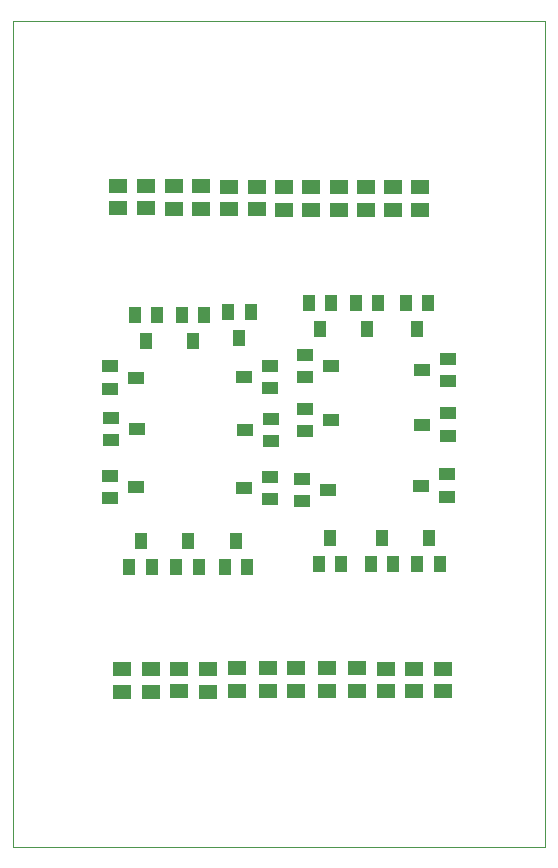
<source format=gbp>
G75*
G70*
%OFA0B0*%
%FSLAX24Y24*%
%IPPOS*%
%LPD*%
%AMOC8*
5,1,8,0,0,1.08239X$1,22.5*
%
%ADD10C,0.0000*%
%ADD11R,0.0394X0.0551*%
%ADD12R,0.0551X0.0394*%
%ADD13R,0.0630X0.0512*%
D10*
X000100Y000100D02*
X000100Y027659D01*
X017817Y027659D01*
X017817Y000100D01*
X000100Y000100D01*
D11*
X003970Y009443D03*
X004344Y010309D03*
X004718Y009443D03*
X005533Y009443D03*
X005907Y010309D03*
X006281Y009443D03*
X007143Y009454D03*
X007517Y010320D03*
X007891Y009454D03*
X010289Y009537D03*
X010663Y010403D03*
X011037Y009537D03*
X012009Y009537D03*
X012383Y010403D03*
X012757Y009537D03*
X013572Y009537D03*
X013946Y010403D03*
X014320Y009537D03*
X013561Y017364D03*
X013935Y018230D03*
X013187Y018230D03*
X012273Y018230D03*
X011899Y017364D03*
X011525Y018230D03*
X010691Y018230D03*
X010317Y017364D03*
X009943Y018230D03*
X008009Y017939D03*
X007635Y017072D03*
X007261Y017939D03*
X006470Y017860D03*
X006096Y016994D03*
X005722Y017860D03*
X004899Y017860D03*
X004525Y016994D03*
X004151Y017860D03*
D12*
X003340Y016128D03*
X003340Y015380D03*
X003348Y014415D03*
X003348Y013667D03*
X004214Y014041D03*
X004206Y015754D03*
X003340Y012478D03*
X003340Y011730D03*
X004206Y012104D03*
X007797Y012076D03*
X008663Y011702D03*
X008663Y012450D03*
X008687Y013643D03*
X008687Y014391D03*
X008659Y015399D03*
X008659Y016147D03*
X007793Y015773D03*
X007820Y014017D03*
X009840Y013962D03*
X009840Y014710D03*
X009832Y015773D03*
X009832Y016521D03*
X010698Y016147D03*
X010706Y014336D03*
X009734Y012380D03*
X009734Y011631D03*
X010600Y012006D03*
X013706Y012155D03*
X014572Y011781D03*
X014572Y012529D03*
X014580Y013817D03*
X014580Y014565D03*
X013714Y014191D03*
X014588Y015628D03*
X014588Y016376D03*
X013722Y016002D03*
D13*
X013671Y021356D03*
X013671Y022104D03*
X012757Y022104D03*
X012757Y021356D03*
X011844Y021356D03*
X011844Y022104D03*
X010943Y022104D03*
X010943Y021356D03*
X010033Y021348D03*
X010033Y022096D03*
X009128Y022104D03*
X009128Y021356D03*
X008222Y021364D03*
X008222Y022112D03*
X007277Y022120D03*
X007277Y021372D03*
X006372Y021380D03*
X006372Y022128D03*
X005466Y022135D03*
X005466Y021387D03*
X004521Y021395D03*
X004521Y022143D03*
X003576Y022151D03*
X003576Y021403D03*
X003710Y006041D03*
X003710Y005293D03*
X004691Y005293D03*
X004691Y006041D03*
X005631Y006049D03*
X005631Y005301D03*
X006604Y005289D03*
X006604Y006037D03*
X007565Y006061D03*
X007565Y005313D03*
X008584Y005313D03*
X008584Y006061D03*
X009525Y006061D03*
X009525Y005313D03*
X010545Y005313D03*
X010545Y006061D03*
X011545Y006061D03*
X011545Y005313D03*
X012529Y005297D03*
X012529Y006045D03*
X013466Y006049D03*
X013466Y005301D03*
X014407Y005301D03*
X014407Y006049D03*
M02*

</source>
